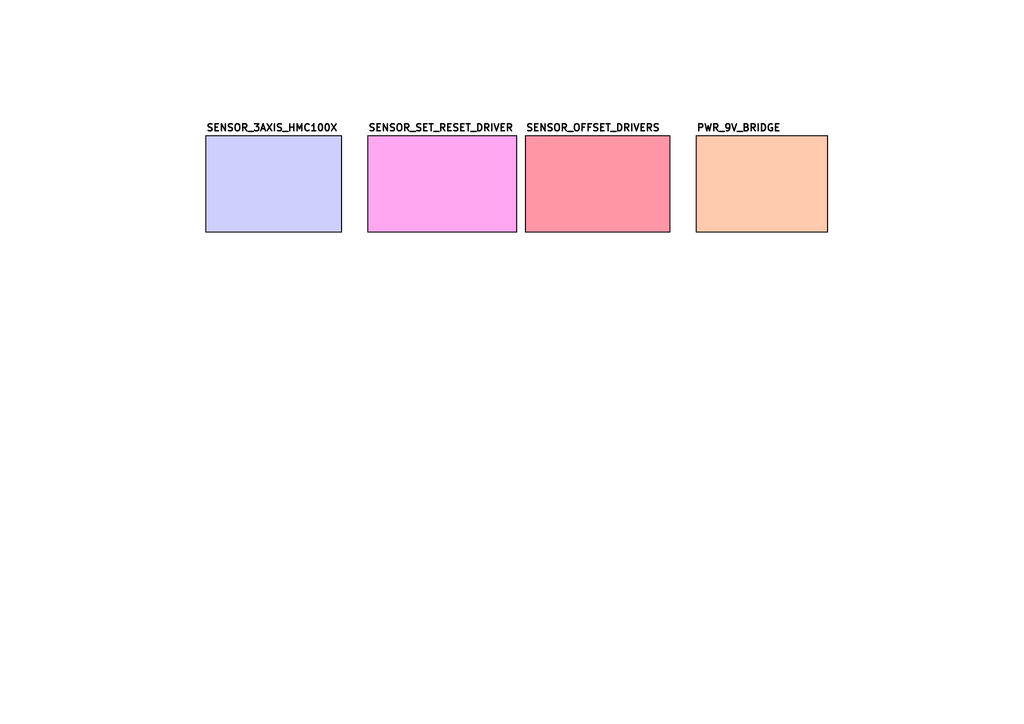
<source format=kicad_sch>
(kicad_sch
	(version 20250114)
	(generator "eeschema")
	(generator_version "9.0")
	(uuid "b5f9ef85-43f0-43d8-a1fd-ed489b1654c1")
	(paper "A4")
	(lib_symbols)
	(sheet
		(at 106.68 39.37)
		(size 43.18 27.94)
		(exclude_from_sim no)
		(in_bom yes)
		(on_board yes)
		(dnp no)
		(fields_autoplaced yes)
		(stroke
			(width 0.3048)
			(type solid)
			(color 0 0 0 1)
		)
		(fill
			(color 255 167 241 1.0000)
		)
		(uuid "209adda1-10e4-4d62-92d8-b16a998ad2d8")
		(property "Sheetname" "SENSOR_SET_RESET_DRIVER"
			(at 106.68 38.2012 0)
			(effects
				(font
					(size 2.032 2.032)
					(thickness 0.4064)
					(bold yes)
					(color 0 0 0 1)
				)
				(justify left bottom)
			)
		)
		(property "Sheetfile" "schematics/sensor_set_reset_driver.kicad_sch"
			(at 106.68 67.9708 0)
			(effects
				(font
					(size 1.27 1.27)
				)
				(justify left top)
				(hide yes)
			)
		)
		(instances
			(project "magnetometer_node_mainboard"
				(path "/b5f9ef85-43f0-43d8-a1fd-ed489b1654c1"
					(page "3")
				)
			)
		)
	)
	(sheet
		(at 152.4 39.37)
		(size 41.91 27.94)
		(exclude_from_sim no)
		(in_bom yes)
		(on_board yes)
		(dnp no)
		(fields_autoplaced yes)
		(stroke
			(width 0.3048)
			(type solid)
			(color 0 0 0 1)
		)
		(fill
			(color 255 150 167 1.0000)
		)
		(uuid "3f9cf723-c387-4595-bc4e-8c996d2fd0b8")
		(property "Sheetname" "SENSOR_OFFSET_DRIVERS"
			(at 152.4 38.2012 0)
			(effects
				(font
					(size 2.032 2.032)
					(thickness 0.4064)
					(bold yes)
					(color 0 0 0 1)
				)
				(justify left bottom)
			)
		)
		(property "Sheetfile" "schematics/sensor_offset_drivers.kicad_sch"
			(at 152.4 67.9708 0)
			(effects
				(font
					(size 1.27 1.27)
				)
				(justify left top)
				(hide yes)
			)
		)
		(instances
			(project "magnetometer_node_mainboard"
				(path "/b5f9ef85-43f0-43d8-a1fd-ed489b1654c1"
					(page "4")
				)
			)
		)
	)
	(sheet
		(at 59.69 39.37)
		(size 39.37 27.94)
		(exclude_from_sim no)
		(in_bom yes)
		(on_board yes)
		(dnp no)
		(fields_autoplaced yes)
		(stroke
			(width 0.3048)
			(type solid)
			(color 0 0 0 1)
		)
		(fill
			(color 207 207 255 1.0000)
		)
		(uuid "95fd4708-3510-44cf-9b01-8535361ee411")
		(property "Sheetname" "SENSOR_3AXIS_HMC100X"
			(at 59.69 38.2012 0)
			(effects
				(font
					(size 2.032 2.032)
					(thickness 0.4064)
					(bold yes)
					(color 0 0 0 1)
				)
				(justify left bottom)
			)
		)
		(property "Sheetfile" "schematics/sensor_hmc100x_3axis.kicad_sch"
			(at 59.69 67.9708 0)
			(effects
				(font
					(size 1.27 1.27)
				)
				(justify left top)
				(hide yes)
			)
		)
		(instances
			(project "magnetometer_node_mainboard"
				(path "/b5f9ef85-43f0-43d8-a1fd-ed489b1654c1"
					(page "2")
				)
			)
		)
	)
	(sheet
		(at 201.93 39.37)
		(size 38.1 27.94)
		(exclude_from_sim no)
		(in_bom yes)
		(on_board yes)
		(dnp no)
		(fields_autoplaced yes)
		(stroke
			(width 0.3048)
			(type solid)
			(color 0 0 0 1)
		)
		(fill
			(color 255 202 174 1.0000)
		)
		(uuid "ded83d55-b2f7-490a-b9dc-0b3a44a3cee5")
		(property "Sheetname" "PWR_9V_BRIDGE"
			(at 201.93 38.2012 0)
			(effects
				(font
					(size 2.032 2.032)
					(thickness 0.4064)
					(bold yes)
					(color 0 0 0 1)
				)
				(justify left bottom)
			)
		)
		(property "Sheetfile" "schematics/pwr_9v_bridge.kicad_sch"
			(at 201.93 67.9708 0)
			(effects
				(font
					(size 1.27 1.27)
				)
				(justify left top)
				(hide yes)
			)
		)
		(instances
			(project "magnetometer_node_mainboard"
				(path "/b5f9ef85-43f0-43d8-a1fd-ed489b1654c1"
					(page "5")
				)
			)
		)
	)
	(sheet_instances
		(path "/"
			(page "1")
		)
	)
	(embedded_fonts no)
)

</source>
